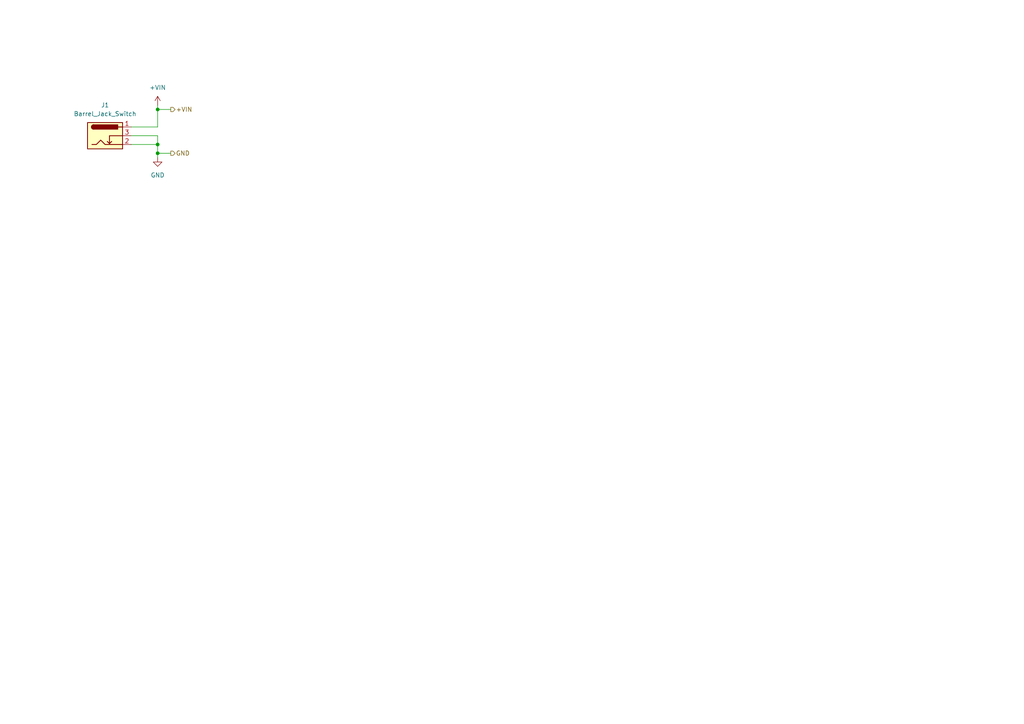
<source format=kicad_sch>
(kicad_sch (version 20231120) (generator "eeschema") (generator_version "7.99")
  (paper "A4")
  (lib_symbols
    (symbol "Connector:Barrel_Jack_Switch" (pin_names hide)
      (property "Reference" "J" (at 0 5.334 0))
      (property "Value" "Barrel_Jack_Switch" (at 0 -5.08 0))
      (symbol "Barrel_Jack_Switch_0_1"
        (rectangle (start -5.08 3.81) (end 5.08 -3.81) (stroke (width 0.254)) (fill (type background)))
        (arc (start -3.302 3.175) (mid -3.9343 2.54) (end -3.302 1.905) (stroke (width 0.254)))
        (arc (start -3.302 3.175) (mid -3.9343 2.54) (end -3.302 1.905) (stroke (width 0.254)) (fill (type outline)))
        (polyline (pts (xy 1.27 -2.286) (xy 1.905 -1.651)) (stroke (width 0.254)))
        (polyline (pts (xy 5.08 2.54) (xy 3.81 2.54)) (stroke (width 0.254)))
        (polyline (pts (xy 5.08 0) (xy 1.27 0) (xy 1.27 -2.286) (xy 0.635 -1.651)) (stroke (width 0.254)))
        (polyline (pts (xy -3.81 -2.54) (xy -2.54 -2.54) (xy -1.27 -1.27) (xy 0 -2.54) (xy 2.54 -2.54) (xy 5.08 -2.54)) (stroke (width 0.254)))
        (rectangle (start 3.683 3.175) (end -3.302 1.905) (stroke (width 0.254)) (fill (type outline)))
      )
      (symbol "Barrel_Jack_Switch_1_1"
        (pin passive line (at 7.62 2.54 180) (length 2.54) (name "~") (number "1"))
        (pin passive line (at 7.62 -2.54 180) (length 2.54) (name "~") (number "2"))
        (pin passive line (at 7.62 0 180) (length 2.54) (name "~") (number "3"))
      )
    )
    (symbol "power:GND" (power) (pin_names (offset 0))
      (property "Value" "GND" (at 0 -3.81 0))
      (symbol "GND_0_1"
        (polyline (pts (xy 0 0) (xy 0 -1.27) (xy 1.27 -1.27) (xy 0 -2.54) (xy -1.27 -1.27) (xy 0 -1.27)))
      )
      (symbol "GND_1_1"
        (pin power_in line (at 0 0 270) (length 0) hide (name "GND") (number "1"))
      )
    )
    (symbol "power:VCC" (power) (pin_names (offset 0))
      (property "Value" "VCC" (at 0 3.81 0))
      (symbol "VCC_0_1"
        (polyline (pts (xy -0.762 1.27) (xy 0 2.54)))
        (polyline (pts (xy 0 0) (xy 0 2.54)))
        (polyline (pts (xy 0 2.54) (xy 0.762 1.27)))
      )
      (symbol "VCC_1_1"
        (pin power_in line (at 0 0 90) (length 0) hide (name "VCC") (number "1"))
      )
    )
  )
  (junction (at 45.72 44.45))
  (junction (at 45.72 41.91))
  (junction (at 45.72 31.75))
  (wire (pts (xy 49.53 44.45) (xy 45.72 44.45)))
  (wire (pts (xy 49.53 31.75) (xy 45.72 31.75)))
  (wire (pts (xy 38.1 39.37) (xy 45.72 39.37)))
  (wire (pts (xy 45.72 44.45) (xy 45.72 41.91)))
  (wire (pts (xy 38.1 36.83) (xy 45.72 36.83)))
  (wire (pts (xy 45.72 39.37) (xy 45.72 41.91)))
  (wire (pts (xy 45.72 45.72) (xy 45.72 44.45)))
  (wire (pts (xy 45.72 41.91) (xy 38.1 41.91)))
  (wire (pts (xy 45.72 30.48) (xy 45.72 31.75)))
  (wire (pts (xy 45.72 31.75) (xy 45.72 36.83)))
  (hierarchical_label "GND" (shape output) (at 49.53 44.45 0))
  (hierarchical_label "+VIN" (shape output) (at 49.53 31.75 0))
  (symbol (lib_id "power:GND") (at 45.72 45.72 0) (unit 1)
    (property "Reference" "#PWR02" (effects (hide yes)))
    (property "Value" "GND" (at 45.72 50.8 0))
    (property "Description" "Power symbol creates a global label with name \"GND\" , ground" (effects (hide yes)))
  )
  (symbol (lib_id "power:VCC") (at 45.72 30.48 0) (unit 1)
    (property "Reference" "#PWR01" (effects (hide yes)))
    (property "Value" "+VIN" (at 45.72 25.4 0))
    (property "Description" "Power symbol creates a global label with name \"VCC\"" (effects (hide yes)))
  )
  (symbol (lib_id "Connector:Barrel_Jack_Switch") (at 30.48 39.37 0) (unit 1)
    (property "Reference" "J1" (at 30.48 30.48 0))
    (property "Value" "Barrel_Jack_Switch" (at 30.48 33.02 0))
    (property "Footprint" "Connector_BarrelJack:BarrelJack_Wuerth_6941xx301002" (effects (hide yes)))
    (property "Description" "DC Barrel Jack with an internal switch" (effects (hide yes)))
    (property "LCSC" "C431532 " (effects (hide yes)))
  )
)
</source>
